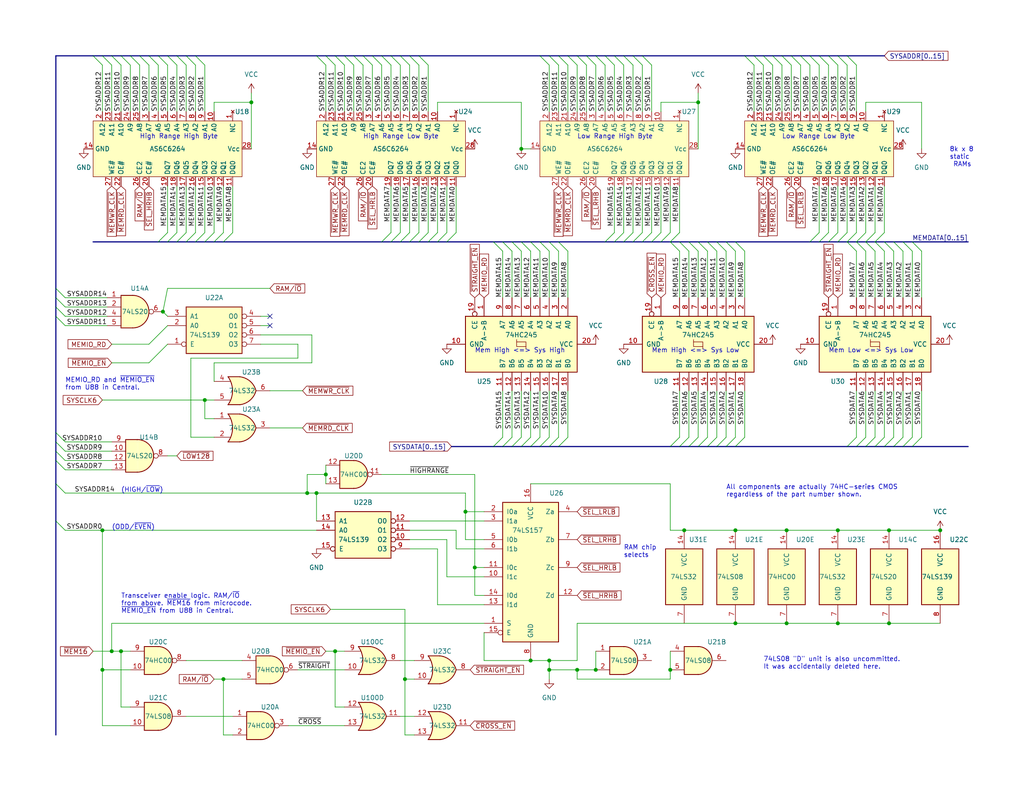
<source format=kicad_sch>
(kicad_sch (version 20230121) (generator eeschema)
  (paper "USLetter")
  (title_block (title "YARC Memory"))
  (junction (at 30.48 177.8))
  (junction (at 228.6 170.18))
  (junction (at 27.94 144.78))
  (junction (at 200.66 170.18))
  (junction (at 157.48 182.88))
  (junction (at 127 139.7))
  (junction (at 129.54 154.94))
  (junction (at 242.57 170.18))
  (junction (at 162.56 182.88))
  (junction (at 190.5 27.94))
  (junction (at 55.88 109.22))
  (junction (at 60.96 185.42))
  (junction (at 242.57 144.78))
  (junction (at 86.36 134.62))
  (junction (at 91.44 177.8))
  (junction (at 142.24 40.64))
  (junction (at 228.6 144.78))
  (junction (at 144.78 180.34))
  (junction (at 83.82 134.62))
  (junction (at 44.45 85.09))
  (junction (at 33.02 177.8))
  (junction (at 256.54 144.78))
  (junction (at 186.69 144.78))
  (junction (at 214.63 170.18))
  (junction (at 68.58 27.94))
  (junction (at 110.49 185.42))
  (junction (at 214.63 144.78))
  (junction (at 88.9 129.54))
  (junction (at 182.88 182.88))
  (junction (at 149.86 180.34))
  (junction (at 27.94 182.88))
  (junction (at 149.86 182.88))
  (junction (at 200.66 144.78))
  (no_connect (at 73.66 86.36))
  (no_connect (at 73.66 88.9))
  (bus_entry (at 152.4 15.24) (size 2.54 2.54))
  (bus_entry (at 190.5 121.92) (size 2.54 -2.54))
  (bus_entry (at 198.12 66.04) (size 2.54 2.54))
  (bus_entry (at 195.58 121.92) (size 2.54 -2.54))
  (bus_entry (at 58.42 66.04) (size 2.54 -2.54))
  (bus_entry (at 238.76 121.92) (size 2.54 -2.54))
  (bus_entry (at 106.68 66.04) (size 2.54 -2.54))
  (bus_entry (at 33.02 15.24) (size 2.54 2.54))
  (bus_entry (at 218.44 15.24) (size 2.54 2.54))
  (bus_entry (at 38.1 15.24) (size 2.54 2.54))
  (bus_entry (at 86.36 15.24) (size 2.54 2.54))
  (bus_entry (at 147.32 121.92) (size 2.54 -2.54))
  (bus_entry (at 15.24 125.73) (size 2.54 2.54))
  (bus_entry (at 238.76 66.04) (size 2.54 2.54))
  (bus_entry (at 101.6 15.24) (size 2.54 2.54))
  (bus_entry (at 200.66 121.92) (size 2.54 -2.54))
  (bus_entry (at 88.9 15.24) (size 2.54 2.54))
  (bus_entry (at 15.24 83.82) (size 2.54 2.54))
  (bus_entry (at 203.2 15.24) (size 2.54 2.54))
  (bus_entry (at 116.84 66.04) (size 2.54 -2.54))
  (bus_entry (at 167.64 15.24) (size 2.54 2.54))
  (bus_entry (at 25.4 15.24) (size 2.54 2.54))
  (bus_entry (at 15.24 118.11) (size 2.54 2.54))
  (bus_entry (at 160.02 15.24) (size 2.54 2.54))
  (bus_entry (at 93.98 15.24) (size 2.54 2.54))
  (bus_entry (at 248.92 121.92) (size 2.54 -2.54))
  (bus_entry (at 48.26 15.24) (size 2.54 2.54))
  (bus_entry (at 147.32 66.04) (size 2.54 2.54))
  (bus_entry (at 43.18 66.04) (size 2.54 -2.54))
  (bus_entry (at 241.3 121.92) (size 2.54 -2.54))
  (bus_entry (at 177.8 66.04) (size 2.54 -2.54))
  (bus_entry (at 111.76 66.04) (size 2.54 -2.54))
  (bus_entry (at 15.24 81.28) (size 2.54 2.54))
  (bus_entry (at 157.48 15.24) (size 2.54 2.54))
  (bus_entry (at 50.8 15.24) (size 2.54 2.54))
  (bus_entry (at 233.68 121.92) (size 2.54 -2.54))
  (bus_entry (at 104.14 66.04) (size 2.54 -2.54))
  (bus_entry (at 121.92 66.04) (size 2.54 -2.54))
  (bus_entry (at 53.34 15.24) (size 2.54 2.54))
  (bus_entry (at 175.26 15.24) (size 2.54 2.54))
  (bus_entry (at 15.24 142.24) (size 2.54 2.54))
  (bus_entry (at 193.04 66.04) (size 2.54 2.54))
  (bus_entry (at 220.98 15.24) (size 2.54 2.54))
  (bus_entry (at 236.22 66.04) (size 2.54 2.54))
  (bus_entry (at 185.42 121.92) (size 2.54 -2.54))
  (bus_entry (at 109.22 66.04) (size 2.54 -2.54))
  (bus_entry (at 99.06 15.24) (size 2.54 2.54))
  (bus_entry (at 238.76 66.04) (size 2.54 -2.54))
  (bus_entry (at 205.74 15.24) (size 2.54 2.54))
  (bus_entry (at 119.38 66.04) (size 2.54 -2.54))
  (bus_entry (at 15.24 132.08) (size 2.54 2.54))
  (bus_entry (at 210.82 15.24) (size 2.54 2.54))
  (bus_entry (at 400.05 69.85) (size 2.54 2.54))
  (bus_entry (at 195.58 66.04) (size 2.54 2.54))
  (bus_entry (at 231.14 15.24) (size 2.54 2.54))
  (bus_entry (at 144.78 66.04) (size 2.54 2.54))
  (bus_entry (at 137.16 66.04) (size 2.54 2.54))
  (bus_entry (at 246.38 121.92) (size 2.54 -2.54))
  (bus_entry (at 134.62 121.92) (size 2.54 -2.54))
  (bus_entry (at 213.36 15.24) (size 2.54 2.54))
  (bus_entry (at 149.86 121.92) (size 2.54 -2.54))
  (bus_entry (at 15.24 86.36) (size 2.54 2.54))
  (bus_entry (at 30.48 15.24) (size 2.54 2.54))
  (bus_entry (at 193.04 121.92) (size 2.54 -2.54))
  (bus_entry (at 50.8 66.04) (size 2.54 -2.54))
  (bus_entry (at 172.72 66.04) (size 2.54 -2.54))
  (bus_entry (at 139.7 66.04) (size 2.54 2.54))
  (bus_entry (at 172.72 15.24) (size 2.54 2.54))
  (bus_entry (at 165.1 15.24) (size 2.54 2.54))
  (bus_entry (at 137.16 121.92) (size 2.54 -2.54))
  (bus_entry (at 226.06 66.04) (size 2.54 -2.54))
  (bus_entry (at 142.24 121.92) (size 2.54 -2.54))
  (bus_entry (at 96.52 15.24) (size 2.54 2.54))
  (bus_entry (at 231.14 66.04) (size 2.54 -2.54))
  (bus_entry (at 208.28 15.24) (size 2.54 2.54))
  (bus_entry (at 236.22 121.92) (size 2.54 -2.54))
  (bus_entry (at 220.98 66.04) (size 2.54 -2.54))
  (bus_entry (at 104.14 15.24) (size 2.54 2.54))
  (bus_entry (at 27.94 15.24) (size 2.54 2.54))
  (bus_entry (at 182.88 66.04) (size 2.54 2.54))
  (bus_entry (at 248.92 66.04) (size 2.54 2.54))
  (bus_entry (at 15.24 120.65) (size 2.54 2.54))
  (bus_entry (at 109.22 15.24) (size 2.54 2.54))
  (bus_entry (at 187.96 121.92) (size 2.54 -2.54))
  (bus_entry (at 175.26 66.04) (size 2.54 -2.54))
  (bus_entry (at 15.24 123.19) (size 2.54 2.54))
  (bus_entry (at 226.06 15.24) (size 2.54 2.54))
  (bus_entry (at 167.64 66.04) (size 2.54 -2.54))
  (bus_entry (at 40.64 15.24) (size 2.54 2.54))
  (bus_entry (at 45.72 66.04) (size 2.54 -2.54))
  (bus_entry (at 241.3 66.04) (size 2.54 2.54))
  (bus_entry (at 144.78 121.92) (size 2.54 -2.54))
  (bus_entry (at 170.18 66.04) (size 2.54 -2.54))
  (bus_entry (at 228.6 15.24) (size 2.54 2.54))
  (bus_entry (at 223.52 15.24) (size 2.54 2.54))
  (bus_entry (at 162.56 15.24) (size 2.54 2.54))
  (bus_entry (at 190.5 66.04) (size 2.54 2.54))
  (bus_entry (at 142.24 66.04) (size 2.54 2.54))
  (bus_entry (at 35.56 15.24) (size 2.54 2.54))
  (bus_entry (at 106.68 15.24) (size 2.54 2.54))
  (bus_entry (at 149.86 15.24) (size 2.54 2.54))
  (bus_entry (at 114.3 15.24) (size 2.54 2.54))
  (bus_entry (at 182.88 66.04) (size 2.54 -2.54))
  (bus_entry (at 60.96 66.04) (size 2.54 -2.54))
  (bus_entry (at 53.34 66.04) (size 2.54 -2.54))
  (bus_entry (at 149.86 66.04) (size 2.54 2.54))
  (bus_entry (at 91.44 15.24) (size 2.54 2.54))
  (bus_entry (at 185.42 66.04) (size 2.54 2.54))
  (bus_entry (at 187.96 66.04) (size 2.54 2.54))
  (bus_entry (at 134.62 66.04) (size 2.54 2.54))
  (bus_entry (at 228.6 66.04) (size 2.54 -2.54))
  (bus_entry (at 147.32 15.24) (size 2.54 2.54))
  (bus_entry (at 182.88 121.92) (size 2.54 -2.54))
  (bus_entry (at 233.68 66.04) (size 2.54 -2.54))
  (bus_entry (at 114.3 66.04) (size 2.54 -2.54))
  (bus_entry (at 152.4 66.04) (size 2.54 2.54))
  (bus_entry (at 154.94 15.24) (size 2.54 2.54))
  (bus_entry (at 200.66 66.04) (size 2.54 2.54))
  (bus_entry (at 215.9 15.24) (size 2.54 2.54))
  (bus_entry (at 231.14 66.04) (size 2.54 2.54))
  (bus_entry (at 243.84 66.04) (size 2.54 2.54))
  (bus_entry (at 180.34 66.04) (size 2.54 -2.54))
  (bus_entry (at 223.52 66.04) (size 2.54 -2.54))
  (bus_entry (at 246.38 66.04) (size 2.54 2.54))
  (bus_entry (at 152.4 121.92) (size 2.54 -2.54))
  (bus_entry (at 233.68 66.04) (size 2.54 2.54))
  (bus_entry (at 243.84 121.92) (size 2.54 -2.54))
  (bus_entry (at 15.24 78.74) (size 2.54 2.54))
  (bus_entry (at 48.26 66.04) (size 2.54 -2.54))
  (bus_entry (at 170.18 15.24) (size 2.54 2.54))
  (bus_entry (at 165.1 66.04) (size 2.54 -2.54))
  (bus_entry (at 139.7 121.92) (size 2.54 -2.54))
  (bus_entry (at 43.18 15.24) (size 2.54 2.54))
  (bus_entry (at 236.22 66.04) (size 2.54 -2.54))
  (bus_entry (at 111.76 15.24) (size 2.54 2.54))
  (bus_entry (at 55.88 66.04) (size 2.54 -2.54))
  (bus_entry (at 231.14 121.92) (size 2.54 -2.54))
  (bus_entry (at 198.12 121.92) (size 2.54 -2.54))
  (bus_entry (at 45.72 15.24) (size 2.54 2.54))
  (wire (pts (xy 27.94 144.78) (xy 27.94 182.88)))
  (wire (pts (xy 132.08 154.94) (xy 129.54 154.94)))
  (wire (pts (xy 144.78 68.58) (xy 144.78 81.28)))
  (wire (pts (xy 91.44 177.8) (xy 93.98 177.8)))
  (wire (pts (xy 17.78 125.73) (xy 30.48 125.73)))
  (bus (pts (xy 101.6 15.24) (xy 104.14 15.24)))
  (bus (pts (xy 182.88 66.04) (xy 185.42 66.04)))
  (wire (pts (xy 45.72 86.36) (xy 44.45 85.09)))
  (wire (pts (xy 132.08 170.18) (xy 30.48 170.18)))
  (wire (pts (xy 30.48 177.8) (xy 33.02 177.8)))
  (wire (pts (xy 132.08 165.1) (xy 119.38 165.1)))
  (wire (pts (xy 198.12 68.58) (xy 198.12 81.28)))
  (wire (pts (xy 226.06 17.78) (xy 226.06 30.48)))
  (wire (pts (xy 119.38 30.48) (xy 119.38 27.94)))
  (wire (pts (xy 228.6 17.78) (xy 228.6 30.48)))
  (wire (pts (xy 58.42 63.5) (xy 58.42 50.8)))
  (wire (pts (xy 106.68 17.78) (xy 106.68 30.48)))
  (wire (pts (xy 226.06 63.5) (xy 226.06 50.8)))
  (wire (pts (xy 238.76 63.5) (xy 238.76 50.8)))
  (wire (pts (xy 58.42 114.3) (xy 55.88 114.3)))
  (bus (pts (xy 233.68 121.92) (xy 236.22 121.92)))
  (bus (pts (xy 198.12 121.92) (xy 200.66 121.92)))
  (wire (pts (xy 93.98 17.78) (xy 93.98 30.48)))
  (bus (pts (xy 236.22 66.04) (xy 238.76 66.04)))
  (wire (pts (xy 73.66 86.36) (xy 71.12 86.36)))
  (wire (pts (xy 25.4 177.8) (xy 30.48 177.8)))
  (bus (pts (xy 27.94 15.24) (xy 30.48 15.24)))
  (bus (pts (xy 195.58 66.04) (xy 198.12 66.04)))
  (wire (pts (xy 121.92 63.5) (xy 121.92 50.8)))
  (bus (pts (xy 220.98 66.04) (xy 223.52 66.04)))
  (bus (pts (xy 25.4 66.04) (xy 43.18 66.04)))
  (bus (pts (xy 215.9 15.24) (xy 218.44 15.24)))
  (wire (pts (xy 50.8 195.58) (xy 63.5 195.58)))
  (bus (pts (xy 123.19 121.92) (xy 134.62 121.92)))
  (wire (pts (xy 17.78 81.28) (xy 29.21 81.28)))
  (bus (pts (xy 86.36 15.24) (xy 88.9 15.24)))
  (wire (pts (xy 180.34 63.5) (xy 180.34 50.8)))
  (wire (pts (xy 190.5 68.58) (xy 190.5 81.28)))
  (bus (pts (xy 15.24 15.24) (xy 15.24 78.74)))
  (wire (pts (xy 228.6 144.78) (xy 242.57 144.78)))
  (bus (pts (xy 134.62 121.92) (xy 137.16 121.92)))
  (bus (pts (xy 30.48 15.24) (xy 33.02 15.24)))
  (wire (pts (xy 129.54 129.54) (xy 129.54 154.94)))
  (bus (pts (xy 193.04 121.92) (xy 195.58 121.92)))
  (wire (pts (xy 45.72 17.78) (xy 45.72 30.48)))
  (wire (pts (xy 53.34 63.5) (xy 53.34 50.8)))
  (wire (pts (xy 50.8 63.5) (xy 50.8 50.8)))
  (wire (pts (xy 109.22 195.58) (xy 113.03 195.58)))
  (wire (pts (xy 88.9 177.8) (xy 91.44 177.8)))
  (wire (pts (xy 58.42 99.06) (xy 85.09 99.06)))
  (bus (pts (xy 142.24 121.92) (xy 144.78 121.92)))
  (wire (pts (xy 88.9 129.54) (xy 83.82 129.54)))
  (wire (pts (xy 116.84 63.5) (xy 116.84 50.8)))
  (wire (pts (xy 251.46 119.38) (xy 251.46 106.68)))
  (bus (pts (xy 152.4 15.24) (xy 154.94 15.24)))
  (wire (pts (xy 132.08 149.86) (xy 124.46 149.86)))
  (bus (pts (xy 167.64 15.24) (xy 170.18 15.24)))
  (wire (pts (xy 78.74 198.12) (xy 93.98 198.12)))
  (bus (pts (xy 48.26 66.04) (xy 50.8 66.04)))
  (wire (pts (xy 110.49 185.42) (xy 113.03 185.42)))
  (bus (pts (xy 147.32 121.92) (xy 149.86 121.92)))
  (wire (pts (xy 180.34 27.94) (xy 190.5 27.94)))
  (wire (pts (xy 88.9 17.78) (xy 88.9 30.48)))
  (bus (pts (xy 142.24 66.04) (xy 144.78 66.04)))
  (wire (pts (xy 17.78 128.27) (xy 30.48 128.27)))
  (bus (pts (xy 175.26 66.04) (xy 177.8 66.04)))
  (wire (pts (xy 233.68 17.78) (xy 233.68 30.48)))
  (wire (pts (xy 236.22 119.38) (xy 236.22 106.68)))
  (wire (pts (xy 220.98 17.78) (xy 220.98 30.48)))
  (wire (pts (xy 149.86 180.34) (xy 157.48 180.34)))
  (bus (pts (xy 160.02 15.24) (xy 162.56 15.24)))
  (wire (pts (xy 58.42 30.48) (xy 58.42 27.94)))
  (wire (pts (xy 82.55 106.68) (xy 73.66 106.68)))
  (wire (pts (xy 52.07 119.38) (xy 58.42 119.38)))
  (wire (pts (xy 86.36 134.62) (xy 127 134.62)))
  (wire (pts (xy 177.8 17.78) (xy 177.8 30.48)))
  (wire (pts (xy 38.1 17.78) (xy 38.1 30.48)))
  (wire (pts (xy 90.17 166.37) (xy 110.49 166.37)))
  (bus (pts (xy 223.52 15.24) (xy 226.06 15.24)))
  (wire (pts (xy 203.2 119.38) (xy 203.2 106.68)))
  (wire (pts (xy 68.58 27.94) (xy 68.58 40.64)))
  (wire (pts (xy 198.12 119.38) (xy 198.12 106.68)))
  (wire (pts (xy 132.08 172.72) (xy 132.08 180.34)))
  (bus (pts (xy 220.98 15.24) (xy 223.52 15.24)))
  (wire (pts (xy 149.86 185.42) (xy 149.86 182.88)))
  (bus (pts (xy 213.36 15.24) (xy 215.9 15.24)))
  (wire (pts (xy 157.48 170.18) (xy 200.66 170.18)))
  (wire (pts (xy 91.44 17.78) (xy 91.44 30.48)))
  (bus (pts (xy 139.7 66.04) (xy 142.24 66.04)))
  (wire (pts (xy 180.34 30.48) (xy 180.34 27.94)))
  (wire (pts (xy 214.63 144.78) (xy 228.6 144.78)))
  (wire (pts (xy 33.02 17.78) (xy 33.02 30.48)))
  (wire (pts (xy 27.94 17.78) (xy 27.94 30.48)))
  (wire (pts (xy 33.02 193.04) (xy 33.02 177.8)))
  (bus (pts (xy 15.24 118.11) (xy 15.24 120.65)))
  (wire (pts (xy 186.69 144.78) (xy 200.66 144.78)))
  (bus (pts (xy 226.06 66.04) (xy 228.6 66.04)))
  (wire (pts (xy 30.48 170.18) (xy 30.48 177.8)))
  (bus (pts (xy 190.5 121.92) (xy 193.04 121.92)))
  (bus (pts (xy 15.24 15.24) (xy 25.4 15.24)))
  (wire (pts (xy 251.46 27.94) (xy 251.46 40.64)))
  (bus (pts (xy 238.76 66.04) (xy 241.3 66.04)))
  (wire (pts (xy 17.78 88.9) (xy 29.21 88.9)))
  (bus (pts (xy 241.3 66.04) (xy 243.84 66.04)))
  (bus (pts (xy 106.68 15.24) (xy 109.22 15.24)))
  (wire (pts (xy 127 134.62) (xy 127 139.7)))
  (bus (pts (xy 246.38 66.04) (xy 248.92 66.04)))
  (bus (pts (xy 226.06 15.24) (xy 228.6 15.24)))
  (wire (pts (xy 132.08 180.34) (xy 144.78 180.34)))
  (wire (pts (xy 127 139.7) (xy 127 147.32)))
  (wire (pts (xy 17.78 120.65) (xy 30.48 120.65)))
  (wire (pts (xy 55.88 109.22) (xy 58.42 109.22)))
  (bus (pts (xy 93.98 15.24) (xy 96.52 15.24)))
  (wire (pts (xy 147.32 119.38) (xy 147.32 106.68)))
  (wire (pts (xy 17.78 86.36) (xy 29.21 86.36)))
  (bus (pts (xy 154.94 15.24) (xy 157.48 15.24)))
  (wire (pts (xy 236.22 27.94) (xy 251.46 27.94)))
  (bus (pts (xy 53.34 15.24) (xy 86.36 15.24)))
  (wire (pts (xy 119.38 149.86) (xy 111.76 149.86)))
  (wire (pts (xy 256.54 170.18) (xy 242.57 170.18)))
  (wire (pts (xy 205.74 17.78) (xy 205.74 30.48)))
  (bus (pts (xy 152.4 121.92) (xy 182.88 121.92)))
  (wire (pts (xy 60.96 200.66) (xy 60.96 185.42)))
  (bus (pts (xy 198.12 66.04) (xy 200.66 66.04)))
  (wire (pts (xy 167.64 17.78) (xy 167.64 30.48)))
  (wire (pts (xy 218.44 17.78) (xy 218.44 30.48)))
  (bus (pts (xy 185.42 121.92) (xy 187.96 121.92)))
  (wire (pts (xy 114.3 17.78) (xy 114.3 30.48)))
  (wire (pts (xy 53.34 17.78) (xy 53.34 30.48)))
  (bus (pts (xy 208.28 15.24) (xy 210.82 15.24)))
  (bus (pts (xy 104.14 15.24) (xy 106.68 15.24)))
  (wire (pts (xy 17.78 83.82) (xy 29.21 83.82)))
  (bus (pts (xy 40.64 15.24) (xy 43.18 15.24)))
  (wire (pts (xy 241.3 119.38) (xy 241.3 106.68)))
  (wire (pts (xy 119.38 27.94) (xy 142.24 27.94)))
  (bus (pts (xy 25.4 15.24) (xy 27.94 15.24)))
  (wire (pts (xy 154.94 119.38) (xy 154.94 106.68)))
  (wire (pts (xy 223.52 17.78) (xy 223.52 30.48)))
  (bus (pts (xy 243.84 66.04) (xy 246.38 66.04)))
  (wire (pts (xy 129.54 154.94) (xy 129.54 162.56)))
  (wire (pts (xy 137.16 68.58) (xy 137.16 81.28)))
  (wire (pts (xy 109.22 17.78) (xy 109.22 30.48)))
  (bus (pts (xy 172.72 66.04) (xy 175.26 66.04)))
  (wire (pts (xy 149.86 182.88) (xy 149.86 180.34)))
  (bus (pts (xy 246.38 121.92) (xy 248.92 121.92)))
  (bus (pts (xy 182.88 121.92) (xy 185.42 121.92)))
  (wire (pts (xy 208.28 17.78) (xy 208.28 30.48)))
  (wire (pts (xy 149.86 119.38) (xy 149.86 106.68)))
  (bus (pts (xy 149.86 15.24) (xy 152.4 15.24)))
  (wire (pts (xy 200.66 68.58) (xy 200.66 81.28)))
  (wire (pts (xy 246.38 68.58) (xy 246.38 81.28)))
  (bus (pts (xy 223.52 66.04) (xy 226.06 66.04)))
  (bus (pts (xy 137.16 66.04) (xy 139.7 66.04)))
  (bus (pts (xy 15.24 132.08) (xy 15.24 142.24)))
  (bus (pts (xy 180.34 66.04) (xy 182.88 66.04)))
  (bus (pts (xy 116.84 66.04) (xy 119.38 66.04)))
  (wire (pts (xy 71.12 93.98) (xy 81.28 93.98)))
  (wire (pts (xy 111.76 63.5) (xy 111.76 50.8)))
  (wire (pts (xy 93.98 193.04) (xy 91.44 193.04)))
  (wire (pts (xy 195.58 119.38) (xy 195.58 106.68)))
  (bus (pts (xy 231.14 121.92) (xy 233.68 121.92)))
  (wire (pts (xy 63.5 200.66) (xy 60.96 200.66)))
  (wire (pts (xy 228.6 63.5) (xy 228.6 50.8)))
  (bus (pts (xy 45.72 15.24) (xy 48.26 15.24)))
  (bus (pts (xy 162.56 15.24) (xy 165.1 15.24)))
  (wire (pts (xy 30.48 93.98) (xy 40.64 93.98)))
  (bus (pts (xy 15.24 123.19) (xy 15.24 125.73)))
  (wire (pts (xy 185.42 63.5) (xy 185.42 50.8)))
  (wire (pts (xy 52.07 97.79) (xy 81.28 97.79)))
  (wire (pts (xy 71.12 91.44) (xy 85.09 91.44)))
  (wire (pts (xy 162.56 182.88) (xy 157.48 182.88)))
  (wire (pts (xy 142.24 27.94) (xy 142.24 40.64)))
  (wire (pts (xy 58.42 104.14) (xy 58.42 99.06)))
  (wire (pts (xy 81.28 97.79) (xy 81.28 93.98)))
  (wire (pts (xy 213.36 17.78) (xy 213.36 30.48)))
  (wire (pts (xy 137.16 119.38) (xy 137.16 106.68)))
  (bus (pts (xy 200.66 121.92) (xy 231.14 121.92)))
  (wire (pts (xy 104.14 17.78) (xy 104.14 30.48)))
  (wire (pts (xy 121.92 157.48) (xy 121.92 147.32)))
  (wire (pts (xy 157.48 180.34) (xy 157.48 170.18)))
  (bus (pts (xy 185.42 66.04) (xy 187.96 66.04)))
  (wire (pts (xy 215.9 17.78) (xy 215.9 30.48)))
  (bus (pts (xy 48.26 15.24) (xy 50.8 15.24)))
  (wire (pts (xy 248.92 68.58) (xy 248.92 81.28)))
  (bus (pts (xy 147.32 66.04) (xy 149.86 66.04)))
  (wire (pts (xy 113.03 180.34) (xy 109.22 180.34)))
  (wire (pts (xy 243.84 119.38) (xy 243.84 106.68)))
  (wire (pts (xy 214.63 170.18) (xy 228.6 170.18)))
  (wire (pts (xy 132.08 157.48) (xy 121.92 157.48)))
  (wire (pts (xy 17.78 123.19) (xy 30.48 123.19)))
  (bus (pts (xy 35.56 15.24) (xy 38.1 15.24)))
  (wire (pts (xy 113.03 200.66) (xy 110.49 200.66)))
  (bus (pts (xy 170.18 15.24) (xy 172.72 15.24)))
  (bus (pts (xy 205.74 15.24) (xy 208.28 15.24)))
  (bus (pts (xy 50.8 15.24) (xy 53.34 15.24)))
  (bus (pts (xy 149.86 121.92) (xy 152.4 121.92)))
  (wire (pts (xy 170.18 17.78) (xy 170.18 30.48)))
  (wire (pts (xy 110.49 200.66) (xy 110.49 185.42)))
  (wire (pts (xy 182.88 63.5) (xy 182.88 50.8)))
  (bus (pts (xy 165.1 66.04) (xy 167.64 66.04)))
  (bus (pts (xy 233.68 66.04) (xy 236.22 66.04)))
  (wire (pts (xy 35.56 182.88) (xy 27.94 182.88)))
  (wire (pts (xy 68.58 25.4) (xy 68.58 27.94)))
  (bus (pts (xy 111.76 66.04) (xy 114.3 66.04)))
  (bus (pts (xy 228.6 66.04) (xy 231.14 66.04)))
  (bus (pts (xy 114.3 66.04) (xy 116.84 66.04)))
  (wire (pts (xy 182.88 182.88) (xy 182.88 185.42)))
  (bus (pts (xy 15.24 142.24) (xy 15.24 200.66)))
  (wire (pts (xy 144.78 132.08) (xy 182.88 132.08)))
  (wire (pts (xy 233.68 68.58) (xy 233.68 81.28)))
  (wire (pts (xy 152.4 119.38) (xy 152.4 106.68)))
  (wire (pts (xy 81.28 182.88) (xy 93.98 182.88)))
  (bus (pts (xy 109.22 66.04) (xy 111.76 66.04)))
  (wire (pts (xy 96.52 17.78) (xy 96.52 30.48)))
  (wire (pts (xy 157.48 185.42) (xy 157.48 182.88)))
  (wire (pts (xy 182.88 185.42) (xy 157.48 185.42)))
  (wire (pts (xy 50.8 180.34) (xy 66.04 180.34)))
  (bus (pts (xy 195.58 121.92) (xy 198.12 121.92)))
  (bus (pts (xy 248.92 121.92) (xy 264.16 121.92)))
  (wire (pts (xy 35.56 17.78) (xy 35.56 30.48)))
  (bus (pts (xy 144.78 66.04) (xy 147.32 66.04)))
  (wire (pts (xy 165.1 17.78) (xy 165.1 30.48)))
  (wire (pts (xy 106.68 63.5) (xy 106.68 50.8)))
  (bus (pts (xy 243.84 121.92) (xy 246.38 121.92)))
  (bus (pts (xy 231.14 66.04) (xy 233.68 66.04)))
  (bus (pts (xy 149.86 66.04) (xy 152.4 66.04)))
  (bus (pts (xy 177.8 66.04) (xy 180.34 66.04)))
  (wire (pts (xy 124.46 63.5) (xy 124.46 50.8)))
  (wire (pts (xy 43.18 17.78) (xy 43.18 30.48)))
  (wire (pts (xy 119.38 165.1) (xy 119.38 149.86)))
  (wire (pts (xy 236.22 30.48) (xy 236.22 27.94)))
  (wire (pts (xy 73.66 88.9) (xy 71.12 88.9)))
  (wire (pts (xy 144.78 180.34) (xy 149.86 180.34)))
  (wire (pts (xy 228.6 170.18) (xy 242.57 170.18)))
  (wire (pts (xy 58.42 27.94) (xy 68.58 27.94)))
  (bus (pts (xy 45.72 66.04) (xy 48.26 66.04)))
  (bus (pts (xy 60.96 66.04) (xy 104.14 66.04)))
  (wire (pts (xy 139.7 119.38) (xy 139.7 106.68)))
  (bus (pts (xy 111.76 15.24) (xy 114.3 15.24)))
  (wire (pts (xy 160.02 17.78) (xy 160.02 30.48)))
  (wire (pts (xy 83.82 134.62) (xy 86.36 134.62)))
  (bus (pts (xy 109.22 15.24) (xy 111.76 15.24)))
  (wire (pts (xy 124.46 149.86) (xy 124.46 144.78)))
  (bus (pts (xy 137.16 121.92) (xy 139.7 121.92)))
  (wire (pts (xy 182.88 144.78) (xy 186.69 144.78)))
  (wire (pts (xy 157.48 17.78) (xy 157.48 30.48)))
  (wire (pts (xy 86.36 142.24) (xy 86.36 134.62)))
  (bus (pts (xy 88.9 15.24) (xy 91.44 15.24)))
  (wire (pts (xy 162.56 177.8) (xy 162.56 182.88)))
  (bus (pts (xy 43.18 66.04) (xy 45.72 66.04)))
  (wire (pts (xy 83.82 129.54) (xy 83.82 134.62)))
  (bus (pts (xy 236.22 121.92) (xy 238.76 121.92)))
  (wire (pts (xy 182.88 132.08) (xy 182.88 144.78)))
  (wire (pts (xy 193.04 119.38) (xy 193.04 106.68)))
  (bus (pts (xy 119.38 66.04) (xy 121.92 66.04)))
  (wire (pts (xy 27.94 198.12) (xy 27.94 182.88)))
  (wire (pts (xy 139.7 68.58) (xy 139.7 81.28)))
  (wire (pts (xy 243.84 68.58) (xy 243.84 81.28)))
  (wire (pts (xy 190.5 25.4) (xy 190.5 27.94)))
  (bus (pts (xy 200.66 66.04) (xy 220.98 66.04)))
  (wire (pts (xy 236.22 68.58) (xy 236.22 81.28)))
  (wire (pts (xy 35.56 193.04) (xy 33.02 193.04)))
  (wire (pts (xy 17.78 134.62) (xy 83.82 134.62)))
  (bus (pts (xy 228.6 15.24) (xy 231.14 15.24)))
  (wire (pts (xy 114.3 63.5) (xy 114.3 50.8)))
  (wire (pts (xy 17.78 144.78) (xy 27.94 144.78)))
  (bus (pts (xy 170.18 66.04) (xy 172.72 66.04)))
  (wire (pts (xy 55.88 63.5) (xy 55.88 50.8)))
  (wire (pts (xy 238.76 119.38) (xy 238.76 106.68)))
  (wire (pts (xy 231.14 63.5) (xy 231.14 50.8)))
  (wire (pts (xy 200.66 119.38) (xy 200.66 106.68)))
  (bus (pts (xy 241.3 121.92) (xy 243.84 121.92)))
  (bus (pts (xy 106.68 66.04) (xy 109.22 66.04)))
  (wire (pts (xy 175.26 63.5) (xy 175.26 50.8)))
  (wire (pts (xy 45.72 63.5) (xy 45.72 50.8)))
  (wire (pts (xy 152.4 17.78) (xy 152.4 30.48)))
  (bus (pts (xy 193.04 66.04) (xy 195.58 66.04)))
  (wire (pts (xy 73.66 116.84) (xy 82.55 116.84)))
  (bus (pts (xy 147.32 15.24) (xy 149.86 15.24)))
  (wire (pts (xy 142.24 119.38) (xy 142.24 106.68)))
  (wire (pts (xy 246.38 119.38) (xy 246.38 106.68)))
  (wire (pts (xy 195.58 68.58) (xy 195.58 81.28)))
  (wire (pts (xy 177.8 63.5) (xy 177.8 50.8)))
  (wire (pts (xy 210.82 17.78) (xy 210.82 30.48)))
  (wire (pts (xy 101.6 17.78) (xy 101.6 30.48)))
  (bus (pts (xy 15.24 125.73) (xy 15.24 132.08)))
  (wire (pts (xy 149.86 68.58) (xy 149.86 81.28)))
  (wire (pts (xy 187.96 119.38) (xy 187.96 106.68)))
  (wire (pts (xy 27.94 109.22) (xy 55.88 109.22)))
  (wire (pts (xy 99.06 17.78) (xy 99.06 30.48)))
  (wire (pts (xy 233.68 63.5) (xy 233.68 50.8)))
  (wire (pts (xy 233.68 119.38) (xy 233.68 106.68)))
  (wire (pts (xy 185.42 119.38) (xy 185.42 106.68)))
  (wire (pts (xy 185.42 68.58) (xy 185.42 81.28)))
  (wire (pts (xy 172.72 17.78) (xy 172.72 30.48)))
  (wire (pts (xy 40.64 17.78) (xy 40.64 30.48)))
  (bus (pts (xy 238.76 121.92) (xy 241.3 121.92)))
  (wire (pts (xy 203.2 68.58) (xy 203.2 81.28)))
  (wire (pts (xy 157.48 182.88) (xy 149.86 182.88)))
  (wire (pts (xy 187.96 68.58) (xy 187.96 81.28)))
  (wire (pts (xy 45.72 78.74) (xy 73.66 78.74)))
  (bus (pts (xy 172.72 15.24) (xy 175.26 15.24)))
  (wire (pts (xy 109.22 63.5) (xy 109.22 50.8)))
  (wire (pts (xy 175.26 17.78) (xy 175.26 30.48)))
  (wire (pts (xy 193.04 68.58) (xy 193.04 81.28)))
  (wire (pts (xy 142.24 68.58) (xy 142.24 81.28)))
  (wire (pts (xy 167.64 63.5) (xy 167.64 50.8)))
  (wire (pts (xy 127 147.32) (xy 132.08 147.32)))
  (wire (pts (xy 241.3 63.5) (xy 241.3 50.8)))
  (bus (pts (xy 134.62 66.04) (xy 137.16 66.04)))
  (wire (pts (xy 124.46 144.78) (xy 111.76 144.78)))
  (bus (pts (xy 157.48 15.24) (xy 160.02 15.24)))
  (wire (pts (xy 55.88 114.3) (xy 55.88 109.22)))
  (wire (pts (xy 190.5 119.38) (xy 190.5 106.68)))
  (wire (pts (xy 200.66 144.78) (xy 214.63 144.78)))
  (wire (pts (xy 52.07 119.38) (xy 52.07 97.79)))
  (wire (pts (xy 149.86 17.78) (xy 149.86 30.48)))
  (wire (pts (xy 110.49 185.42) (xy 110.49 166.37)))
  (wire (pts (xy 111.76 142.24) (xy 132.08 142.24)))
  (wire (pts (xy 60.96 63.5) (xy 60.96 50.8)))
  (wire (pts (xy 48.26 63.5) (xy 48.26 50.8)))
  (bus (pts (xy 15.24 120.65) (xy 15.24 123.19)))
  (wire (pts (xy 104.14 129.54) (xy 129.54 129.54)))
  (bus (pts (xy 99.06 15.24) (xy 101.6 15.24)))
  (bus (pts (xy 203.2 15.24) (xy 205.74 15.24)))
  (wire (pts (xy 27.94 144.78) (xy 86.36 144.78)))
  (wire (pts (xy 251.46 68.58) (xy 251.46 81.28)))
  (wire (pts (xy 30.48 17.78) (xy 30.48 30.48)))
  (wire (pts (xy 231.14 17.78) (xy 231.14 30.48)))
  (bus (pts (xy 187.96 121.92) (xy 190.5 121.92)))
  (wire (pts (xy 144.78 119.38) (xy 144.78 106.68)))
  (bus (pts (xy 187.96 66.04) (xy 190.5 66.04)))
  (wire (pts (xy 111.76 17.78) (xy 111.76 30.48)))
  (bus (pts (xy 91.44 15.24) (xy 93.98 15.24)))
  (wire (pts (xy 40.64 99.06) (xy 30.48 99.06)))
  (wire (pts (xy 152.4 68.58) (xy 152.4 81.28)))
  (wire (pts (xy 50.8 17.78) (xy 50.8 30.48)))
  (wire (pts (xy 88.9 129.54) (xy 88.9 132.08)))
  (bus (pts (xy 33.02 15.24) (xy 35.56 15.24)))
  (wire (pts (xy 132.08 139.7) (xy 127 139.7)))
  (bus (pts (xy 15.24 81.28) (xy 15.24 83.82)))
  (wire (pts (xy 33.02 177.8) (xy 35.56 177.8)))
  (wire (pts (xy 45.72 93.98) (xy 40.64 99.06)))
  (bus (pts (xy 167.64 66.04) (xy 170.18 66.04)))
  (wire (pts (xy 119.38 63.5) (xy 119.38 50.8)))
  (wire (pts (xy 44.45 85.09) (xy 45.72 78.74)))
  (wire (pts (xy 116.84 17.78) (xy 116.84 30.48)))
  (wire (pts (xy 48.26 17.78) (xy 48.26 30.48)))
  (wire (pts (xy 88.9 127) (xy 88.9 129.54)))
  (bus (pts (xy 190.5 66.04) (xy 193.04 66.04)))
  (wire (pts (xy 45.72 124.46) (xy 48.26 124.46)))
  (bus (pts (xy 38.1 15.24) (xy 40.64 15.24)))
  (wire (pts (xy 121.92 147.32) (xy 111.76 147.32)))
  (wire (pts (xy 241.3 68.58) (xy 241.3 81.28)))
  (bus (pts (xy 58.42 66.04) (xy 60.96 66.04)))
  (wire (pts (xy 60.96 185.42) (xy 66.04 185.42)))
  (bus (pts (xy 15.24 78.74) (xy 15.24 81.28)))
  (wire (pts (xy 242.57 144.78) (xy 256.54 144.78)))
  (bus (pts (xy 15.24 86.36) (xy 15.24 118.11)))
  (bus (pts (xy 175.26 15.24) (xy 203.2 15.24)))
  (wire (pts (xy 55.88 17.78) (xy 55.88 30.48)))
  (wire (pts (xy 238.76 68.58) (xy 238.76 81.28)))
  (wire (pts (xy 172.72 63.5) (xy 172.72 50.8)))
  (wire (pts (xy 154.94 68.58) (xy 154.94 81.28)))
  (wire (pts (xy 182.88 177.8) (xy 182.88 182.88)))
  (bus (pts (xy 152.4 66.04) (xy 165.1 66.04)))
  (bus (pts (xy 55.88 66.04) (xy 58.42 66.04)))
  (wire (pts (xy 85.09 99.06) (xy 85.09 91.44)))
  (bus (pts (xy 121.92 66.04) (xy 134.62 66.04)))
  (wire (pts (xy 154.94 17.78) (xy 154.94 30.48)))
  (wire (pts (xy 35.56 198.12) (xy 27.94 198.12)))
  (bus (pts (xy 165.1 15.24) (xy 167.64 15.24)))
  (bus (pts (xy 50.8 66.04) (xy 53.34 66.04)))
  (bus (pts (xy 248.92 66.04) (xy 264.16 66.04)))
  (wire (pts (xy 40.64 93.98) (xy 45.72 88.9)))
  (wire (pts (xy 170.18 63.5) (xy 170.18 50.8)))
  (wire (pts (xy 190.5 27.94) (xy 190.5 40.64)))
  (bus (pts (xy 218.44 15.24) (xy 220.98 15.24)))
  (wire (pts (xy 223.52 63.5) (xy 223.52 50.8)))
  (bus (pts (xy 43.18 15.24) (xy 45.72 15.24)))
  (wire (pts (xy 248.92 119.38) (xy 248.92 106.68)))
  (wire (pts (xy 147.32 68.58) (xy 147.32 81.28)))
  (wire (pts (xy 162.56 17.78) (xy 162.56 30.48)))
  (wire (pts (xy 91.44 193.04) (xy 91.44 177.8)))
  (wire (pts (xy 58.42 185.42) (xy 60.96 185.42)))
  (wire (pts (xy 129.54 162.56) (xy 132.08 162.56)))
  (bus (pts (xy 53.34 66.04) (xy 55.88 66.04)))
  (wire (pts (xy 63.5 63.5) (xy 63.5 50.8)))
  (wire (pts (xy 142.24 40.64) (xy 144.78 40.64)))
  (wire (pts (xy 200.66 170.18) (xy 214.63 170.18)))
  (bus (pts (xy 139.7 121.92) (xy 142.24 121.92)))
  (bus (pts (xy 114.3 15.24) (xy 147.32 15.24)))
  (bus (pts (xy 96.52 15.24) (xy 99.06 15.24)))
  (wire (pts (xy 236.22 63.5) (xy 236.22 50.8)))
  (bus (pts (xy 15.24 83.82) (xy 15.24 86.36)))
  (bus (pts (xy 210.82 15.24) (xy 213.36 15.24)))
  (bus (pts (xy 231.14 15.24) (xy 241.3 15.24)))
  (bus (pts (xy 144.78 121.92) (xy 147.32 121.92)))
  (bus (pts (xy 104.14 66.04) (xy 106.68 66.04)))
  (text "Mem High <=> Sys High" (at 129.54 96.52 0) (effects (font (size 1.27 1.27)) (justify left bottom)))
  (text "Low Range Low Byte" (at 213.36 38.1 0) (effects (font (size 1.27 1.27)) (justify left bottom)))
  (text "(HIGH/~{LOW})" (at 33.02 134.62 0) (effects (font (size 1.27 1.27)) (justify left bottom)))
  (text "Mem Low <=> Sys Low" (at 226.06 96.52 0) (effects (font (size 1.27 1.27)) (justify left bottom)))
  (text "All components are actually 74HC-series CMOS\nregardless of the part number shown." (at 198.12 135.89 0) (effects (font (size 1.27 1.27)) (justify left bottom)))
  (text "74LS08 \"D\" unit is also uncommitted.\nIt was accidentally deleted here." (at 208.28 182.88 0) (effects (font (size 1.27 1.27)) (justify left bottom)))
  (text "Mem High <=> Sys Low" (at 177.8 96.52 0) (effects (font (size 1.27 1.27)) (justify left bottom)))
  (text "RAM chip\nselects" (at 170.18 152.4 0) (effects (font (size 1.27 1.27)) (justify left bottom)))
  (text "Low Range High Byte" (at 157.48 38.1 0) (effects (font (size 1.27 1.27)) (justify left bottom)))
  (text "High Range Low Byte" (at 99.06 38.1 0) (effects (font (size 1.27 1.27)) (justify left bottom)))
  (text "8k x 8\nstatic\n RAMs" (at 259.08 45.72 0) (effects (font (size 1.27 1.27)) (justify left bottom)))
  (text "Transceiver enable logic. RAM/~{IO}\nfrom above. ~{MEM16} from microcode.\n~{MEMIO_EN} from U88 in Central." (at 33.02 167.64 0) (effects (font (size 1.27 1.27)) (justify left bottom)))
  (text "MEMIO_RD and ~{MEMIO_EN}\nfrom U88 in Central." (at 17.78 106.68 0) (effects (font (size 1.27 1.27)) (justify left bottom)))
  (text "(ODD/~{EVEN})" (at 30.48 144.78 0) (effects (font (size 1.27 1.27)) (justify left bottom)))
  (text "High Range High Byte" (at 38.1 38.1 0) (effects (font (size 1.27 1.27)) (justify left bottom)))
  (label "SYSDATA7" (at 185.42 106.68 270))
  (label "SYSDATA6" (at 236.22 106.68 270))
  (label "SYSADDR8" (at 215.9 30.48 90))
  (label "MEMDATA12" (at 144.78 81.28 90))
  (label "MEMDATA5" (at 111.76 50.8 270))
  (label "SYSADDR4" (at 109.22 30.48 90))
  (label "SYSADDR11" (at 152.4 30.48 90))
  (label "SYSADDR5" (at 167.64 30.48 90))
  (label "SYSADDR7" (at 27.94 128.27 180))
  (label "MEMDATA10" (at 58.42 50.8 270))
  (label "SYSADDR6" (at 165.1 30.48 90))
  (label "MEMDATA11" (at 147.32 81.28 90))
  (label "SYSADDR5" (at 45.72 30.48 90))
  (label "SYSADDR13" (at 29.21 83.82 180))
  (label "MEMDATA7" (at 223.52 50.8 270))
  (label "SYSADDR3" (at 111.76 30.48 90))
  (label "SYSDATA0" (at 251.46 106.68 270))
  (label "MEMDATA10" (at 180.34 50.8 270))
  (label "SYSADDR12" (at 29.21 86.36 180))
  (label "SYSADDR11" (at 208.28 30.48 90))
  (label "SYSADDR7" (at 218.44 30.48 90))
  (label "SYSADDR10" (at 210.82 30.48 90))
  (label "SYSADDR6" (at 220.98 30.48 90))
  (label "SYSADDR12" (at 149.86 30.48 90))
  (label "SYSADDR9" (at 27.94 123.19 180))
  (label "MEMDATA2" (at 236.22 50.8 270))
  (label "SYSADDR1" (at 116.84 30.48 90))
  (label "SYSDATA3" (at 195.58 106.68 270))
  (label "SYSDATA4" (at 241.3 106.68 270))
  (label "MEMDATA6" (at 226.06 50.8 270))
  (label "MEMDATA15" (at 167.64 50.8 270))
  (label "MEMDATA10" (at 149.86 81.28 90))
  (label "MEMDATA8" (at 63.5 50.8 270))
  (label "SYSADDR11" (at 29.21 88.9 180))
  (label "SYSDATA15" (at 137.16 106.68 270))
  (label "SYSADDR1" (at 177.8 30.48 90))
  (label "MEMDATA5" (at 238.76 81.28 90))
  (label "MEMDATA8" (at 203.2 81.28 90))
  (label "MEMDATA3" (at 243.84 81.28 90))
  (label "SYSADDR10" (at 33.02 30.48 90))
  (label "SYSADDR4" (at 170.18 30.48 90))
  (label "~{CROSS}" (at 81.28 198.12 0))
  (label "SYSADDR6" (at 43.18 30.48 90))
  (label "MEMDATA0" (at 251.46 81.28 90))
  (label "SYSADDR2" (at 175.26 30.48 90))
  (label "SYSADDR7" (at 162.56 30.48 90))
  (label "SYSADDR12" (at 27.94 30.48 90))
  (label "MEMDATA13" (at 50.8 50.8 270))
  (label "SYSADDR4" (at 226.06 30.48 90))
  (label "SYSADDR5" (at 223.52 30.48 90))
  (label "MEMDATA6" (at 109.22 50.8 270))
  (label "SYSADDR9" (at 157.48 30.48 90))
  (label "SYSDATA9" (at 152.4 106.68 270))
  (label "SYSADDR14" (at 29.21 81.28 180))
  (label "MEMDATA15" (at 137.16 81.28 90))
  (label "SYSADDR9" (at 213.36 30.48 90))
  (label "SYSADDR0" (at 27.94 144.78 180))
  (label "SYSADDR1" (at 55.88 30.48 90))
  (label "MEMDATA9" (at 182.88 50.8 270))
  (label "SYSADDR4" (at 48.26 30.48 90))
  (label "MEMDATA13" (at 172.72 50.8 270))
  (label "SYSDATA0" (at 203.2 106.68 270))
  (label "SYSDATA1" (at 248.92 106.68 270))
  (label "SYSADDR14" (at 20.32 134.62 0))
  (label "MEMDATA7" (at 233.68 81.28 90))
  (label "MEMDATA14" (at 187.96 81.28 90))
  (label "MEMDATA1" (at 248.92 81.28 90))
  (label "MEMDATA6" (at 236.22 81.28 90))
  (label "MEMDATA10" (at 198.12 81.28 90))
  (label "MEMDATA4" (at 114.3 50.8 270))
  (label "SYSDATA14" (at 139.7 106.68 270))
  (label "SYSADDR6" (at 104.14 30.48 90))
  (label "MEMDATA9" (at 200.66 81.28 90))
  (label "SYSDATA12" (at 144.78 106.68 270))
  (label "SYSADDR10" (at 154.94 30.48 90))
  (label "MEMDATA14" (at 170.18 50.8 270))
  (label "MEMDATA3" (at 116.84 50.8 270))
  (label "MEMDATA2" (at 246.38 81.28 90))
  (label "SYSADDR5" (at 106.68 30.48 90))
  (label "SYSDATA3" (at 243.84 106.68 270))
  (label "MEMDATA12" (at 175.26 50.8 270))
  (label "SYSADDR2" (at 231.14 30.48 90))
  (label "SYSADDR3" (at 228.6 30.48 90))
  (label "SYSDATA13" (at 142.24 106.68 270))
  (label "SYSADDR8" (at 99.06 30.48 90))
  (label "SYSADDR3" (at 50.8 30.48 90))
  (label "SYSDATA2" (at 246.38 106.68 270))
  (label "SYSADDR9" (at 35.56 30.48 90))
  (label "MEMDATA1" (at 121.92 50.8 270))
  (label "SYSADDR10" (at 93.98 30.48 90))
  (label "MEMDATA12" (at 193.04 81.28 90))
  (label "MEMDATA5" (at 228.6 50.8 270))
  (label "SYSDATA2" (at 198.12 106.68 270))
  (label "MEMDATA[0..15]" (at 248.92 66.04 0))
  (label "MEMDATA11" (at 195.58 81.28 90))
  (label "SYSDATA1" (at 200.66 106.68 270))
  (label "SYSADDR8" (at 38.1 30.48 90))
  (label "MEMDATA0" (at 241.3 50.8 270))
  (label "SYSADDR11" (at 91.44 30.48 90))
  (label "SYSADDR7" (at 101.6 30.48 90))
  (label "MEMDATA13" (at 142.24 81.28 90))
  (label "SYSADDR2" (at 53.34 30.48 90))
  (label "MEMDATA4" (at 241.3 81.28 90))
  (label "SYSADDR11" (at 30.48 30.48 90))
  (label "SYSADDR1" (at 233.68 30.48 90))
  (label "MEMDATA4" (at 231.14 50.8 270))
  (label "SYSADDR7" (at 40.64 30.48 90))
  (label "SYSDATA5" (at 190.5 106.68 270))
  (label "SYSADDR12" (at 88.9 30.48 90))
  (label "MEMDATA0" (at 124.46 50.8 270))
  (label "MEMDATA7" (at 106.68 50.8 270))
  (label "SYSADDR9" (at 96.52 30.48 90))
  (label "MEMDATA11" (at 177.8 50.8 270))
  (label "SYSADDR3" (at 172.72 30.48 90))
  (label "SYSDATA7" (at 233.68 106.68 270))
  (label "MEMDATA2" (at 119.38 50.8 270))
  (label "SYSDATA8" (at 154.94 106.68 270))
  (label "SYSDATA5" (at 238.76 106.68 270))
  (label "~{HIGHRANGE}" (at 111.76 129.54 0))
  (label "SYSADDR10" (at 27.94 120.65 180))
  (label "MEMDATA14" (at 48.26 50.8 270))
  (label "MEMDATA9" (at 152.4 81.28 90))
  (label "SYSDATA11" (at 147.32 106.68 270))
  (label "MEMDATA14" (at 139.7 81.28 90))
  (label "MEMDATA12" (at 53.34 50.8 270))
  (label "MEMDATA13" (at 190.5 81.28 90))
  (label "MEMDATA8" (at 185.42 50.8 270))
  (label "SYSDATA10" (at 149.86 106.68 270))
  (label "MEMDATA15" (at 185.42 81.28 90))
  (label "SYSDATA6" (at 187.96 106.68 270))
  (label "SYSDATA4" (at 193.04 106.68 270))
  (label "MEMDATA8" (at 154.94 81.28 90))
  (label "SYSADDR8" (at 160.02 30.48 90))
  (label "MEMDATA1" (at 238.76 50.8 270))
  (label "SYSADDR8" (at 27.94 125.73 180))
  (label "SYSADDR12" (at 205.74 30.48 90))
  (label "MEMDATA15" (at 45.72 50.8 270))
  (label "~{STRAIGHT}" (at 81.28 182.88 0))
  (label "SYSADDR2" (at 114.3 30.48 90))
  (label "MEMDATA3" (at 233.68 50.8 270))
  (label "MEMDATA9" (at 60.96 50.8 270))
  (label "MEMDATA11" (at 55.88 50.8 270))
  (global_label "~{SEL_LRHB}" (shape input) (at 162.56 50.8 270) (property "Intersheetrefs" "${INTERSHEET_REFS}" (effects hide)))
  (global_label "~{CROSS_EN}" (shape input) (at 177.8 81.28 90) (property "Intersheetrefs" "${INTERSHEET_REFS}" (effects hide)))
  (global_label "~{SEL_LRLB}" (shape input) (at 218.44 50.8 270) (property "Intersheetrefs" "${INTERSHEET_REFS}" (effects hide)))
  (global_label "SYSDATA[0..15]" (shape input) (at 123.19 121.92 180) (property "Intersheetrefs" "${INTERSHEET_REFS}" (effects hide)))
  (global_label "MEMIO_RD" (shape input) (at 132.08 81.28 90) (property "Intersheetrefs" "${INTERSHEET_REFS}" (effects hide)))
  (global_label "~{MEM16}" (shape input) (at 25.4 177.8 180) (property "Intersheetrefs" "${INTERSHEET_REFS}" (effects hide)))
  (global_label "~{MEMWR_CLK}" (shape input) (at 30.48 50.8 270) (property "Intersheetrefs" "${INTERSHEET_REFS}" (effects hide)))
  (global_label "RAM{slash}~{IO}" (shape input) (at 160.02 50.8 270) (property "Intersheetrefs" "${INTERSHEET_REFS}" (effects hide)))
  (global_label "~{SEL_HRLB}" (shape input) (at 101.6 50.8 270) (property "Intersheetrefs" "${INTERSHEET_REFS}" (effects hide)))
  (global_label "RAM{slash}~{IO}" (shape input) (at 215.9 50.8 270) (property "Intersheetrefs" "${INTERSHEET_REFS}" (effects hide)))
  (global_label "~{STRAIGHT_EN}" (shape input) (at 128.27 182.88 0) (property "Intersheetrefs" "${INTERSHEET_REFS}" (effects hide)))
  (global_label "MEMIO_RD" (shape input) (at 30.48 93.98 180) (property "Intersheetrefs" "${INTERSHEET_REFS}" (effects hide)))
  (global_label "~{SEL_LRLB}" (shape input) (at 157.48 139.7 0) (property "Intersheetrefs" "${INTERSHEET_REFS}" (effects hide)))
  (global_label "RAM{slash}~{IO}" (shape input) (at 58.42 185.42 180) (property "Intersheetrefs" "${INTERSHEET_REFS}" (effects hide)))
  (global_label "~{SEL_HRLB}" (shape input) (at 157.48 154.94 0) (property "Intersheetrefs" "${INTERSHEET_REFS}" (effects hide)))
  (global_label "RAM{slash}~{IO}" (shape input) (at 99.06 50.8 270) (property "Intersheetrefs" "${INTERSHEET_REFS}" (effects hide)))
  (global_label "RAM{slash}~{IO}" (shape input) (at 73.66 78.74 0) (property "Intersheetrefs" "${INTERSHEET_REFS}" (effects hide)))
  (global_label "~{MEMRD_CLK}" (shape input) (at 154.94 50.8 270) (property "Intersheetrefs" "${INTERSHEET_REFS}" (effects hide)))
  (global_label "~{MEMWR_CLK}" (shape input) (at 91.44 50.8 270) (property "Intersheetrefs" "${INTERSHEET_REFS}" (effects hide)))
  (global_label "~{SEL_LRHB}" (shape input) (at 157.48 147.32 0) (property "Intersheetrefs" "${INTERSHEET_REFS}" (effects hide)))
  (global_label "~{MEMIO_EN}" (shape input) (at 30.48 99.06 180) (property "Intersheetrefs" "${INTERSHEET_REFS}" (effects hide)))
  (global_label "~{MEMWR_CLK}" (shape input) (at 152.4 50.8 270) (property "Intersheetrefs" "${INTERSHEET_REFS}" (effects hide)))
  (global_label "~{MEMWR_CLK}" (shape input) (at 208.28 50.8 270) (property "Intersheetrefs" "${INTERSHEET_REFS}" (effects hide)))
  (global_label "~{STRAIGHT_EN}" (shape input) (at 129.54 81.28 90) (property "Intersheetrefs" "${INTERSHEET_REFS}" (effects hide)))
  (global_label "SYSCLK6" (shape input) (at 90.17 166.37 180) (property "Intersheetrefs" "${INTERSHEET_REFS}" (effects hide)))
  (global_label "~{MEMIO_EN}" (shape input) (at 88.9 177.8 180) (property "Intersheetrefs" "${INTERSHEET_REFS}" (effects hide)))
  (global_label "~{MEMRD_CLK}" (shape input) (at 210.82 50.8 270) (property "Intersheetrefs" "${INTERSHEET_REFS}" (effects hide)))
  (global_label "RAM{slash}~{IO}" (shape input) (at 38.1 50.8 270) (property "Intersheetrefs" "${INTERSHEET_REFS}" (effects hide)))
  (global_label "~{CROSS_EN}" (shape input) (at 128.27 198.12 0) (property "Intersheetrefs" "${INTERSHEET_REFS}" (effects hide)))
  (global_label "~{SEL_HRHB}" (shape input) (at 157.48 162.56 0) (property "Intersheetrefs" "${INTERSHEET_REFS}" (effects hide)))
  (global_label "~{STRAIGHT_EN}" (shape input) (at 226.06 81.28 90) (property "Intersheetrefs" "${INTERSHEET_REFS}" (effects hide)))
  (global_label "SYSCLK6" (shape input) (at 27.94 109.22 180) (property "Intersheetrefs" "${INTERSHEET_REFS}" (effects hide)))
  (global_label "~{MEMRD_CLK}" (shape input) (at 33.02 50.8 270) (property "Intersheetrefs" "${INTERSHEET_REFS}" (effects hide)))
  (global_label "~{MEMRD_CLK}" (shape input) (at 93.98 50.8 270) (property "Intersheetrefs" "${INTERSHEET_REFS}" (effects hide)))
  (global_label "~{MEMWR_CLK}" (shape input) (at 82.55 106.68 0) (property "Intersheetrefs" "${INTERSHEET_REFS}" (effects hide)))
  (global_label "~{MEMRD_CLK}" (shape input) (at 82.55 116.84 0) (property "Intersheetrefs" "${INTERSHEET_REFS}" (effects hide)))
  (global_label "MEMIO_RD" (shape input) (at 228.6 81.28 90) (property "Intersheetrefs" "${INTERSHEET_REFS}" (effects hide)))
  (global_label "MEMIO_RD" (shape input) (at 180.34 81.28 90) (property "Intersheetrefs" "${INTERSHEET_REFS}" (effects hide)))
  (global_label "SYSADDR[0..15]" (shape input) (at 241.3 15.24 0) (property "Intersheetrefs" "${INTERSHEET_REFS}" (effects hide)))
  (global_label "~{LOW128}" (shape input) (at 48.26 124.46 0) (property "Intersheetrefs" "${INTERSHEET_REFS}" (effects hide)))
  (global_label "~{SEL_HRHB}" (shape input) (at 40.64 50.8 270) (property "Intersheetrefs" "${INTERSHEET_REFS}" (effects hide)))
  (symbol (lib_id "74xx:74HC245") (at 190.5 93.98 270) (unit 1)
    (property "Reference" "U28" (at 180.34 104.14 90))
    (property "Value" "74HC245" (at 190.5 91.44 90))
    (property "Datasheet" "http://www.ti.com/lit/gpn/sn74HC245" (effects hide))
  )
  (symbol (lib_id "power:GND") (at 200.66 40.64 0) (unit 1)
    (property "Reference" "#PWR0111" (effects hide))
    (property "Value" "GND" (at 200.66 45.72 0))
  )
  (symbol (lib_id "power:VCC") (at 68.58 25.4 0) (unit 1)
    (property "Reference" "#PWR0117" (effects hide))
    (property "Value" "VCC" (at 68.58 20.32 0))
  )
  (symbol (lib_id "power:GND") (at 218.44 93.98 0) (unit 1)
    (property "Reference" "#PWR0109" (effects hide))
    (property "Value" "GND" (at 218.44 99.06 0))
  )
  (symbol (lib_id "power:VCC") (at 256.54 144.78 0) (unit 1)
    (property "Reference" "#PWR0106" (effects hide))
    (property "Value" "VCC" (at 256.54 139.7 0))
  )
  (symbol (lib_id "74xx:74LS08") (at 170.18 180.34 0) (unit 1)
    (property "Reference" "U21" (at 175.26 175.26 0))
    (property "Value" "74LS08" (at 170.18 180.34 0))
    (property "Datasheet" "http://www.ti.com/lit/gpn/sn74LS08" (effects hide))
  )
  (symbol (lib_id "pdxjjb:AS6C6264") (at 101.6 40.64 270) (unit 1)
    (property "Reference" "U24" (at 127 30.48 90))
    (property "Value" "AS6C6264" (at 106.68 40.64 90))
  )
  (symbol (lib_id "74xx:74LS20") (at 38.1 124.46 0) (unit 2)
    (property "Reference" "U14" (at 40.64 119.38 0))
    (property "Value" "74LS20" (at 38.1 124.46 0))
    (property "Datasheet" "http://www.ti.com/lit/gpn/sn74LS20" (effects hide))
  )
  (symbol (lib_id "74xx:74LS20") (at 36.83 85.09 0) (unit 1)
    (property "Reference" "U14" (at 38.1 78.74 0))
    (property "Value" "74LS20" (at 36.83 85.09 0))
    (property "Datasheet" "http://www.ti.com/lit/gpn/sn74LS20" (effects hide))
  )
  (symbol (lib_id "power:VCC") (at 162.56 93.98 0) (unit 1)
    (property "Reference" "#PWR0104" (effects hide))
    (property "Value" "VCC" (at 162.56 88.9 0))
  )
  (symbol (lib_id "power:GND") (at 251.46 40.64 0) (unit 1)
    (property "Reference" "#PWR0112" (effects hide))
    (property "Value" "GND" (at 251.46 45.72 0))
  )
  (symbol (lib_id "74xx:74LS32") (at 101.6 180.34 0) (unit 3)
    (property "Reference" "U100" (at 101.6 175.26 0))
    (property "Value" "74LS32" (at 101.6 180.34 0))
    (property "Datasheet" "http://www.ti.com/lit/gpn/sn74LS32" (effects hide))
  )
  (symbol (lib_id "74xx:74HC245") (at 142.24 93.98 270) (unit 1)
    (property "Reference" "U25" (at 132.08 104.14 90))
    (property "Value" "74HC245" (at 142.24 91.44 90))
    (property "Datasheet" "http://www.ti.com/lit/gpn/sn74HC245" (effects hide))
  )
  (symbol (lib_id "power:GND") (at 149.86 185.42 0) (unit 1)
    (property "Reference" "#PWR0107" (effects hide))
    (property "Value" "GND" (at 149.86 190.5 0))
  )
  (symbol (lib_id "74xx:74HC00") (at 73.66 182.88 0) (unit 2)
    (property "Reference" "U20" (at 71.12 177.8 0))
    (property "Value" "74HC00" (at 73.66 182.88 0))
    (property "Datasheet" "http://www.ti.com/lit/gpn/sn74hc00" (effects hide))
  )
  (symbol (lib_id "74xx:74LS32") (at 120.65 182.88 0) (unit 3)
    (property "Reference" "U23" (at 120.65 177.8 0))
    (property "Value" "74LS32" (at 120.65 182.88 0))
    (property "Datasheet" "http://www.ti.com/lit/gpn/sn74LS32" (effects hide))
  )
  (symbol (lib_id "74xx:74LS139") (at 58.42 88.9 0) (unit 1)
    (property "Reference" "U22" (at 58.42 81.28 0))
    (property "Value" "74LS139" (at 55.88 91.44 0))
    (property "Datasheet" "http://www.ti.com/lit/ds/symlink/sn74ls139a.pdf" (effects hide))
  )
  (symbol (lib_id "power:VCC") (at 259.08 93.98 0) (unit 1)
    (property "Reference" "#PWR0108" (effects hide))
    (property "Value" "VCC" (at 259.08 88.9 0))
  )
  (symbol (lib_id "power:VCC") (at 129.54 40.64 0) (unit 1)
    (property "Reference" "#PWR0118" (effects hide))
    (property "Value" "VCC" (at 129.54 35.56 0))
  )
  (symbol (lib_id "74xx:74LS08") (at 200.66 157.48 0) (unit 5)
    (property "Reference" "U21" (at 203.2 147.32 0) (effects (justify left)))
    (property "Value" "74LS08" (at 195.58 157.48 0) (effects (justify left)))
    (property "Datasheet" "http://www.ti.com/lit/gpn/sn74LS08" (effects hide))
  )
  (symbol (lib_id "74xx:74LS20") (at 242.57 157.48 0) (unit 3)
    (property "Reference" "U14" (at 245.11 147.32 0) (effects (justify left)))
    (property "Value" "74LS20" (at 237.49 157.48 0) (effects (justify left)))
    (property "Datasheet" "http://www.ti.com/lit/gpn/sn74LS20" (effects hide))
  )
  (symbol (lib_id "74xx:74LS32") (at 186.69 157.48 0) (unit 5)
    (property "Reference" "U31" (at 187.96 147.32 0) (effects (justify left)))
    (property "Value" "74LS32" (at 182.88 157.48 0) (effects (justify left)))
    (property "Datasheet" "http://www.ti.com/lit/gpn/sn74LS32" (effects hide))
  )
  (symbol (lib_id "power:VCC") (at 246.38 40.64 0) (unit 1)
    (property "Reference" "#PWR0113" (effects hide))
    (property "Value" "VCC" (at 246.38 35.56 0))
  )
  (symbol (lib_id "74xx:74HC00") (at 71.12 198.12 0) (unit 1)
    (property "Reference" "U20" (at 73.66 193.04 0))
    (property "Value" "74HC00" (at 71.12 198.12 0))
    (property "Datasheet" "http://www.ti.com/lit/gpn/sn74hc00" (effects hide))
  )
  (symbol (lib_id "74xx:74LS32") (at 120.65 198.12 0) (unit 4)
    (property "Reference" "U23" (at 120.65 193.04 0))
    (property "Value" "74LS32" (at 120.65 198.12 0))
    (property "Datasheet" "http://www.ti.com/lit/gpn/sn74LS32" (effects hide))
  )
  (symbol (lib_id "74xx:74LS32") (at 66.04 116.84 0) (unit 1)
    (property "Reference" "U23" (at 68.58 111.76 0))
    (property "Value" "74LS32" (at 66.04 116.84 0))
    (property "Datasheet" "http://www.ti.com/lit/gpn/sn74LS32" (effects hide))
  )
  (symbol (lib_id "power:GND") (at 86.36 149.86 0) (unit 1)
    (property "Reference" "#PWR0102" (effects hide))
    (property "Value" "GND" (at 86.36 154.94 0))
  )
  (symbol (lib_id "pdxjjb:AS6C6264") (at 40.64 40.64 270) (unit 1)
    (property "Reference" "U18" (at 66.04 30.48 90))
    (property "Value" "AS6C6264" (at 45.72 40.64 90))
  )
  (symbol (lib_id "pdxjjb:AS6C6264") (at 162.56 40.64 270) (unit 1)
    (property "Reference" "U27" (at 187.96 30.48 90))
    (property "Value" "AS6C6264" (at 165.1 40.64 90))
  )
  (symbol (lib_id "pdxjjb:AS6C6264") (at 218.44 40.64 270) (unit 1)
    (property "Reference" "U29" (at 243.84 30.48 90))
    (property "Value" "AS6C6264" (at 220.98 40.64 90))
  )
  (symbol (lib_id "74xx:74HC245") (at 238.76 93.98 270) (unit 1)
    (property "Reference" "U30" (at 228.6 104.14 90))
    (property "Value" "74HC245" (at 238.76 91.44 90))
    (property "Datasheet" "http://www.ti.com/lit/gpn/sn74HC245" (effects hide))
  )
  (symbol (lib_id "power:VCC") (at 190.5 25.4 0) (unit 1)
    (property "Reference" "#PWR0115" (effects hide))
    (property "Value" "VCC" (at 190.5 20.32 0))
  )
  (symbol (lib_id "power:GND") (at 121.92 93.98 0) (unit 1)
    (property "Reference" "#PWR0103" (effects hide))
    (property "Value" "GND" (at 121.92 99.06 0))
  )
  (symbol (lib_id "74xx:74LS32") (at 101.6 195.58 0) (unit 4)
    (property "Reference" "U100" (at 101.6 190.5 0))
    (property "Value" "74LS32" (at 101.6 195.58 0))
    (property "Datasheet" "http://www.ti.com/lit/gpn/sn74LS32" (effects hide))
  )
  (symbol (lib_id "74xx:74LS32") (at 228.6 157.48 0) (unit 5)
    (property "Reference" "U23" (at 231.14 147.32 0) (effects (justify left)))
    (property "Value" "74LS32" (at 223.52 157.48 0) (effects (justify left)))
    (property "Datasheet" "http://www.ti.com/lit/gpn/sn74LS32" (effects hide))
  )
  (symbol (lib_id "power:GND") (at 83.82 40.64 0) (unit 1)
    (property "Reference" "#PWR0116" (effects hide))
    (property "Value" "GND" (at 83.82 45.72 0))
  )
  (symbol (lib_id "power:VCC") (at 210.82 93.98 0) (unit 1)
    (property "Reference" "#PWR0110" (effects hide))
    (property "Value" "VCC" (at 210.82 88.9 0))
  )
  (symbol (lib_id "power:GND") (at 22.86 40.64 0) (unit 1)
    (property "Reference" "#PWR0119" (effects hide))
    (property "Value" "GND" (at 22.86 45.72 0))
  )
  (symbol (lib_id "power:GND") (at 170.18 93.98 0) (unit 1)
    (property "Reference" "#PWR0105" (effects hide))
    (property "Value" "GND" (at 170.18 99.06 0))
  )
  (symbol (lib_id "74xx:74LS139") (at 256.54 157.48 0) (unit 3)
    (property "Reference" "U22" (at 259.08 147.32 0) (effects (justify left)))
    (property "Value" "74LS139" (at 251.46 157.48 0) (effects (justify left)))
    (property "Datasheet" "http://www.ti.com/lit/ds/symlink/sn74ls139a.pdf" (effects hide))
  )
  (symbol (lib_id "74xx:74LS139") (at 99.06 144.78 0) (unit 2)
    (property "Reference" "U22" (at 99.06 137.16 0))
    (property "Value" "74LS139" (at 96.52 147.32 0))
    (property "Datasheet" "http://www.ti.com/lit/ds/symlink/sn74ls139a.pdf" (effects hide))
  )
  (symbol (lib_id "74xx:74LS157") (at 144.78 154.94 0) (unit 1)
    (property "Reference" "U26" (at 149.86 134.62 0) (effects (justify left)))
    (property "Value" "74LS157" (at 139.7 144.78 0) (effects (justify left)))
    (property "Datasheet" "http://www.ti.com/lit/gpn/sn74LS157" (effects hide))
  )
  (symbol (lib_id "74xx:74HC00") (at 43.18 180.34 0) (unit 3)
    (property "Reference" "U20" (at 43.18 175.26 0))
    (property "Value" "74HC00" (at 43.18 180.34 0))
    (property "Datasheet" "http://www.ti.com/lit/gpn/sn74hc00" (effects hide))
  )
  (symbol (lib_id "power:GND") (at 142.24 40.64 0) (unit 1)
    (property "Reference" "#PWR0114" (effects hide))
    (property "Value" "GND" (at 142.24 45.72 0))
  )
  (symbol (lib_id "74xx:74HC00") (at 96.52 129.54 0) (unit 4)
    (property "Reference" "U20" (at 96.52 124.46 0))
    (property "Value" "74HC00" (at 96.52 129.54 0))
    (property "Datasheet" "http://www.ti.com/lit/gpn/sn74hc00" (effects hide))
  )
  (symbol (lib_id "74xx:74LS08") (at 43.18 195.58 0) (unit 3)
    (property "Reference" "U21" (at 43.18 190.5 0))
    (property "Value" "74LS08" (at 43.18 195.58 0))
    (property "Datasheet" "http://www.ti.com/lit/gpn/sn74LS08" (effects hide))
  )
  (symbol (lib_id "74xx:74HC00") (at 214.63 157.48 0) (unit 5)
    (property "Reference" "U20" (at 217.17 147.32 0) (effects (justify left)))
    (property "Value" "74HC00" (at 209.55 157.48 0) (effects (justify left)))
    (property "Datasheet" "http://www.ti.com/lit/gpn/sn74hc00" (effects hide))
  )
  (symbol (lib_id "74xx:74LS08") (at 190.5 180.34 0) (unit 2)
    (property "Reference" "U21" (at 195.58 175.26 0))
    (property "Value" "74LS08" (at 190.5 180.34 0))
    (property "Datasheet" "http://www.ti.com/lit/gpn/sn74LS08" (effects hide))
  )
  (symbol (lib_id "74xx:74LS32") (at 66.04 106.68 0) (unit 2)
    (property "Reference" "U23" (at 68.58 101.6 0))
    (property "Value" "74LS32" (at 66.04 106.68 0))
    (property "Datasheet" "http://www.ti.com/lit/gpn/sn74LS32" (effects hide))
  )
)
</source>
